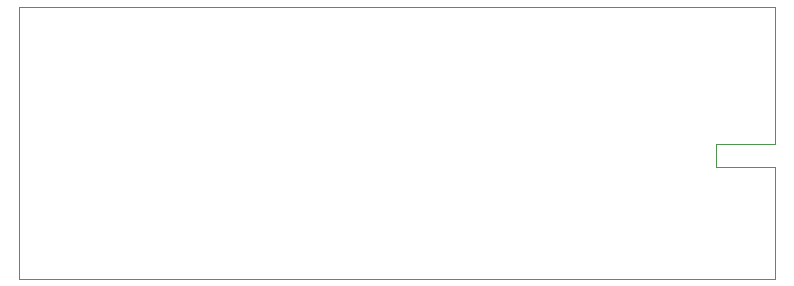
<source format=gbr>
G04 (created by PCBNEW (2013-may-18)-stable) date Sat 28 Jun 2014 08:59:17 PM EDT*
%MOIN*%
G04 Gerber Fmt 3.4, Leading zero omitted, Abs format*
%FSLAX34Y34*%
G01*
G70*
G90*
G04 APERTURE LIST*
%ADD10C,0.00590551*%
%ADD11C,0.0019685*%
G04 APERTURE END LIST*
G54D10*
G54D11*
X85043Y-33677D02*
X85043Y-37401D01*
X83074Y-33677D02*
X85043Y-33677D01*
X85043Y-32889D02*
X85043Y-28346D01*
X83074Y-32889D02*
X85043Y-32889D01*
X83074Y-33677D02*
X83074Y-32889D01*
X59842Y-37401D02*
X59842Y-28346D01*
X85039Y-37401D02*
X59842Y-37401D01*
X59842Y-28346D02*
X85039Y-28346D01*
M02*

</source>
